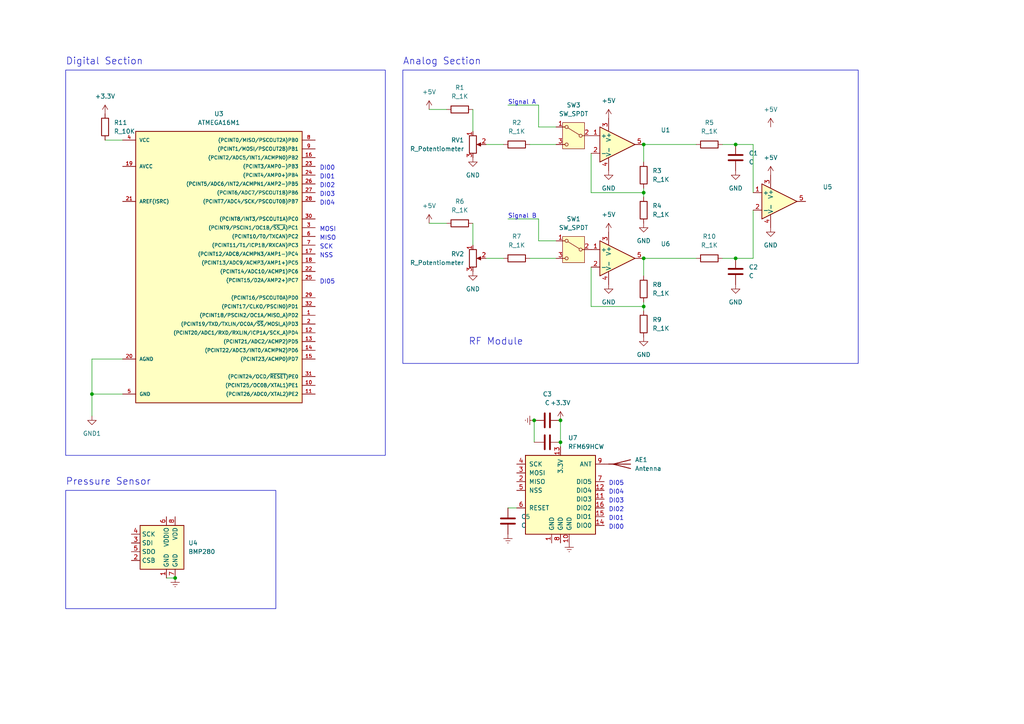
<source format=kicad_sch>
(kicad_sch (version 20230121) (generator eeschema)
  (paper "A4")
  (lib_symbols
    (symbol "Device:Antenna" (pin_numbers hide) (pin_names (offset 1.016) hide)
      (property "Reference" "AE" (at -1.905 1.905 0))
      (property "Value" "Antenna" (at -1.905 0 0))
      (symbol "Antenna_0_1"
        (polyline (pts (xy 0 2.54) (xy 0 -3.81)) (stroke (width 0.254)))
        (polyline (pts (xy 1.27 2.54) (xy 0 -2.54) (xy -1.27 2.54)) (stroke (width 0.254)))
      )
      (symbol "Antenna_1_1"
        (pin input line (at 0 -5.08 90) (length 2.54) (name "A") (number "1"))
      )
    )
    (symbol "Device:C" (pin_numbers hide) (pin_names (offset 0.254))
      (property "Reference" "C" (at 0.635 2.54 0))
      (property "Value" "C" (at 0.635 -2.54 0))
      (symbol "C_0_1"
        (polyline (pts (xy -2.032 -0.762) (xy 2.032 -0.762)) (stroke (width 0.508)))
        (polyline (pts (xy -2.032 0.762) (xy 2.032 0.762)) (stroke (width 0.508)))
      )
      (symbol "C_1_1"
        (pin passive line (at 0 3.81 270) (length 2.794) (name "~") (number "1"))
        (pin passive line (at 0 -3.81 90) (length 2.794) (name "~") (number "2"))
      )
    )
    (symbol "Device:R_Potentiometer" (pin_names (offset 1.016) hide)
      (property "Reference" "RV" (at -4.445 0 90))
      (property "Value" "R_Potentiometer" (at -2.54 0 90))
      (symbol "R_Potentiometer_0_1"
        (polyline (pts (xy 2.54 0) (xy 1.524 0)))
        (polyline (pts (xy 1.143 0) (xy 2.286 0.508) (xy 2.286 -0.508) (xy 1.143 0)) (fill (type outline)))
        (rectangle (start 1.016 2.54) (end -1.016 -2.54) (stroke (width 0.254)))
      )
      (symbol "R_Potentiometer_1_1"
        (pin passive line (at 0 3.81 270) (length 1.27) (name "1") (number "1"))
        (pin passive line (at 3.81 0 180) (length 1.27) (name "2") (number "2"))
        (pin passive line (at 0 -3.81 90) (length 1.27) (name "3") (number "3"))
      )
    )
    (symbol "RF_Module:RFM69HCW" (pin_names (offset 1.016))
      (property "Reference" "U" (at -10.414 11.684 0))
      (property "Value" "RFM69HCW" (at 1.524 11.43 0))
      (symbol "RFM69HCW_0_1"
        (rectangle (start -10.16 10.16) (end 10.16 -12.7) (stroke (width 0.254)) (fill (type background)))
      )
      (symbol "RFM69HCW_1_1"
        (pin power_in line (at -2.54 -15.24 90) (length 2.54) (name "GND") (number "1"))
        (pin power_in line (at 2.54 -15.24 90) (length 2.54) (name "GND") (number "10"))
        (pin bidirectional line (at 12.7 -2.54 180) (length 2.54) (name "DIO3") (number "11"))
        (pin bidirectional line (at 12.7 0 180) (length 2.54) (name "DIO4") (number "12"))
        (pin power_in line (at 0 12.7 270) (length 2.54) (name "3.3V") (number "13"))
        (pin bidirectional line (at 12.7 -10.16 180) (length 2.54) (name "DIO0") (number "14"))
        (pin bidirectional line (at 12.7 -7.62 180) (length 2.54) (name "DIO1") (number "15"))
        (pin bidirectional line (at 12.7 -5.08 180) (length 2.54) (name "DIO2") (number "16"))
        (pin output line (at -12.7 2.54 0) (length 2.54) (name "MISO") (number "2"))
        (pin input line (at -12.7 5.08 0) (length 2.54) (name "MOSI") (number "3"))
        (pin input line (at -12.7 7.62 0) (length 2.54) (name "SCK") (number "4"))
        (pin input line (at -12.7 0 0) (length 2.54) (name "NSS") (number "5"))
        (pin bidirectional line (at -12.7 -5.08 0) (length 2.54) (name "RESET") (number "6"))
        (pin bidirectional line (at 12.7 2.54 180) (length 2.54) (name "DIO5") (number "7"))
        (pin power_in line (at 0 -15.24 90) (length 2.54) (name "GND") (number "8"))
        (pin bidirectional line (at 12.7 7.62 180) (length 2.54) (name "ANT") (number "9"))
      )
    )
    (symbol "Sensor_Pressure:BMP280"
      (property "Reference" "U" (at -7.62 10.16 0))
      (property "Value" "BMP280" (at 5.08 10.16 0))
      (symbol "BMP280_0_1"
        (rectangle (start -7.62 -5.08) (end 5.08 7.62) (stroke (width 0.254)) (fill (type background)))
      )
      (symbol "BMP280_1_1"
        (pin power_in line (at 0 -7.62 90) (length 2.54) (name "GND") (number "1"))
        (pin input line (at -10.16 -2.54 0) (length 2.54) (name "CSB") (number "2"))
        (pin bidirectional line (at -10.16 2.54 0) (length 2.54) (name "SDI") (number "3"))
        (pin input line (at -10.16 5.08 0) (length 2.54) (name "SCK") (number "4"))
        (pin bidirectional line (at -10.16 0 0) (length 2.54) (name "SDO") (number "5"))
        (pin power_in line (at 0 10.16 270) (length 2.54) (name "VDDIO") (number "6"))
        (pin power_in line (at 2.54 -7.62 90) (length 2.54) (name "GND") (number "7"))
        (pin power_in line (at 2.54 10.16 270) (length 2.54) (name "VDD") (number "8"))
      )
    )
    (symbol "Simulation_SPICE:OPAMP" (pin_names (offset 0.254))
      (property "Reference" "U" (at 3.81 3.175 0))
      (property "Value" "${SIM.PARAMS}" (at 3.81 -3.175 0))
      (symbol "OPAMP_0_1"
        (polyline (pts (xy 5.08 0) (xy -5.08 5.08) (xy -5.08 -5.08) (xy 5.08 0)) (stroke (width 0.254)) (fill (type background)))
      )
      (symbol "OPAMP_1_1"
        (pin input line (at -7.62 2.54 0) (length 2.54) (name "+") (number "1"))
        (pin input line (at -7.62 -2.54 0) (length 2.54) (name "-") (number "2"))
        (pin power_in line (at -2.54 7.62 270) (length 3.81) (name "V+") (number "3"))
        (pin power_in line (at -2.54 -7.62 90) (length 3.81) (name "V-") (number "4"))
        (pin output line (at 7.62 0 180) (length 2.54) (name "~") (number "5"))
      )
    )
    (symbol "Switch:SW_SPDT" (pin_names (offset 0) hide)
      (property "Reference" "SW" (at 0 5.08 0))
      (property "Value" "SW_SPDT" (at 0 -5.08 0))
      (symbol "SW_SPDT_0_1"
        (circle (center -2.032 0) (radius 0.4572))
        (polyline (pts (xy -1.651 0.254) (xy 1.651 2.286)))
        (circle (center 2.032 -2.54) (radius 0.4572))
        (circle (center 2.032 2.54) (radius 0.4572))
      )
      (symbol "SW_SPDT_1_1"
        (rectangle (start -3.175 3.81) (end 3.175 -3.81) (fill (type background)))
        (pin passive line (at 5.08 2.54 180) (length 2.54) (name "A") (number "1"))
        (pin passive line (at -5.08 0 0) (length 2.54) (name "B") (number "2"))
        (pin passive line (at 5.08 -2.54 180) (length 2.54) (name "C") (number "3"))
      )
    )
    (symbol "formula:ATMEGA16M1" (pin_names (offset 1.016))
      (property "Reference" "U" (at -24.13 46.482 0))
      (property "Value" "ATMEGA16M1" (at 12.7 -35.56 0))
      (symbol "ATMEGA16M1_0_1"
        (rectangle (start -24.13 45.72) (end 24.13 -33.02) (stroke (width 0.254)) (fill (type background)))
      )
      (symbol "ATMEGA16M1_1_1"
        (pin bidirectional line (at 27.94 -7.62 180) (length 3.81) (name "(PCINT18/PSCIN2/OC1A/MISO_A)PD2") (number "1"))
        (pin bidirectional line (at 27.94 -27.94 180) (length 3.81) (name "(PCINT25/OC0B/XTAL1)PE1") (number "10"))
        (pin bidirectional line (at 27.94 -30.48 180) (length 3.81) (name "(PCINT26/ADC0/XTAL2)PE2") (number "11"))
        (pin bidirectional line (at 27.94 -12.7 180) (length 3.81) (name "(PCINT20/ADC1/RXD/RXLIN/ICP1A/SCK_A)PD4") (number "12"))
        (pin bidirectional line (at 27.94 -15.24 180) (length 3.81) (name "(PCINT21/ADC2/ACMP2)PD5") (number "13"))
        (pin bidirectional line (at 27.94 -17.78 180) (length 3.81) (name "(PCINT22/ADC3/INT0/ACMPN2)PD6") (number "14"))
        (pin bidirectional line (at 27.94 -20.32 180) (length 3.81) (name "(PCINT23/ACMP0)PD7") (number "15"))
        (pin bidirectional line (at 27.94 38.1 180) (length 3.81) (name "(PCINT2/ADC5/INT1/ACMPN0)PB2") (number "16"))
        (pin bidirectional line (at 27.94 10.16 180) (length 3.81) (name "(PCINT12/ADC8/ACMPN3/AMP1-)PC4") (number "17"))
        (pin bidirectional line (at 27.94 7.62 180) (length 3.81) (name "(PCINT13/ADC9/ACMP3/AMP1+)PC5") (number "18"))
        (pin power_in line (at -27.94 35.56 0) (length 3.81) (name "AVCC") (number "19"))
        (pin bidirectional line (at 27.94 -10.16 180) (length 3.81) (name "(PCINT19/TXD/TXLIN/OC0A/~{SS}/MOSI_A)PD3") (number "2"))
        (pin power_in line (at -27.94 -20.32 0) (length 3.81) (name "AGND") (number "20"))
        (pin power_in line (at -27.94 25.4 0) (length 3.81) (name "AREF(ISRC)") (number "21"))
        (pin bidirectional line (at 27.94 5.08 180) (length 3.81) (name "(PCINT14/ADC10/ACMP1)PC6") (number "22"))
        (pin bidirectional line (at 27.94 35.56 180) (length 3.81) (name "(PCINT3/AMP0-)PB3") (number "23"))
        (pin bidirectional line (at 27.94 33.02 180) (length 3.81) (name "(PCINT4/AMP0+)PB4") (number "24"))
        (pin bidirectional line (at 27.94 2.54 180) (length 3.81) (name "(PCINT15/D2A/AMP2+)PC7") (number "25"))
        (pin bidirectional line (at 27.94 30.48 180) (length 3.81) (name "(PCINT5/ADC6/INT2/ACMPN1/AMP2-)PB5") (number "26"))
        (pin bidirectional line (at 27.94 27.94 180) (length 3.81) (name "(PCINT6/ADC7/PSCOUT1B)PB6") (number "27"))
        (pin bidirectional line (at 27.94 25.4 180) (length 3.81) (name "(PCINT7/ADC4/SCK/PSCOUT0B)PB7") (number "28"))
        (pin bidirectional line (at 27.94 -2.54 180) (length 3.81) (name "(PCINT16/PSCOUT0A)PD0") (number "29"))
        (pin bidirectional line (at 27.94 17.78 180) (length 3.81) (name "(PCINT9/PSCIN1/OC1B/~{SS_A})PC1") (number "3"))
        (pin bidirectional line (at 27.94 20.32 180) (length 3.81) (name "(PCINT8/INT3/PSCOUT1A)PC0") (number "30"))
        (pin bidirectional line (at 27.94 -25.4 180) (length 3.81) (name "(PCINT24/OCD/~{RESET})PE0") (number "31"))
        (pin bidirectional line (at 27.94 -5.08 180) (length 3.81) (name "(PCINT17/CLKO/PSCIN0)PD1") (number "32"))
        (pin power_in line (at -27.94 43.18 0) (length 3.81) (name "VCC") (number "4"))
        (pin power_in line (at -27.94 -30.48 0) (length 3.81) (name "GND") (number "5"))
        (pin bidirectional line (at 27.94 15.24 180) (length 3.81) (name "(PCINT10/T0/TXCAN)PC2") (number "6"))
        (pin bidirectional line (at 27.94 12.7 180) (length 3.81) (name "(PCINT11/T1/ICP1B/RXCAN)PC3") (number "7"))
        (pin bidirectional line (at 27.94 43.18 180) (length 3.81) (name "(PCINT0/MISO/PSCOUT2A)PB0") (number "8"))
        (pin bidirectional line (at 27.94 40.64 180) (length 3.81) (name "(PCINT1/MOSI/PSCOUT2B)PB1") (number "9"))
      )
    )
    (symbol "formula:R_10K" (pin_numbers hide) (pin_names (offset 0))
      (property "Reference" "R" (at 2.032 0 90))
      (property "Value" "R_10K" (at -2.54 0 90))
      (symbol "R_10K_0_1"
        (rectangle (start -1.016 -2.54) (end 1.016 2.54) (stroke (width 0.254)))
      )
      (symbol "R_10K_1_1"
        (pin passive line (at 0 3.81 270) (length 1.27) (name "~") (number "1"))
        (pin passive line (at 0 -3.81 90) (length 1.27) (name "~") (number "2"))
      )
    )
    (symbol "formula:R_1K" (pin_numbers hide) (pin_names (offset 0))
      (property "Reference" "R" (at 2.032 0 90))
      (property "Value" "R_1K" (at -2.54 0 90))
      (symbol "R_1K_0_1"
        (rectangle (start -1.016 -2.54) (end 1.016 2.54) (stroke (width 0.254)))
      )
      (symbol "R_1K_1_1"
        (pin passive line (at 0 3.81 270) (length 1.27) (name "~") (number "1"))
        (pin passive line (at 0 -3.81 90) (length 1.27) (name "~") (number "2"))
      )
    )
    (symbol "power:+3.3V" (power) (pin_names (offset 0))
      (property "Value" "+3.3V" (at 0 3.556 0))
      (symbol "+3.3V_0_1"
        (polyline (pts (xy -0.762 1.27) (xy 0 2.54)))
        (polyline (pts (xy 0 0) (xy 0 2.54)))
        (polyline (pts (xy 0 2.54) (xy 0.762 1.27)))
      )
      (symbol "+3.3V_1_1"
        (pin power_in line (at 0 0 90) (length 0) hide (name "+3.3V") (number "1"))
      )
    )
    (symbol "power:+5V" (power) (pin_names (offset 0))
      (property "Value" "+5V" (at 0 3.556 0))
      (symbol "+5V_0_1"
        (polyline (pts (xy -0.762 1.27) (xy 0 2.54)))
        (polyline (pts (xy 0 0) (xy 0 2.54)))
        (polyline (pts (xy 0 2.54) (xy 0.762 1.27)))
      )
      (symbol "+5V_1_1"
        (pin power_in line (at 0 0 90) (length 0) hide (name "+5V") (number "1"))
      )
    )
    (symbol "power:Earth" (power) (pin_names (offset 0))
      (symbol "Earth_0_1"
        (polyline (pts (xy -0.635 -1.905) (xy 0.635 -1.905)))
        (polyline (pts (xy -0.127 -2.54) (xy 0.127 -2.54)))
        (polyline (pts (xy 0 -1.27) (xy 0 0)))
        (polyline (pts (xy 1.27 -1.27) (xy -1.27 -1.27)))
      )
      (symbol "Earth_1_1"
        (pin power_in line (at 0 0 270) (length 0) hide (name "Earth") (number "1"))
      )
    )
    (symbol "power:GND" (power) (pin_names (offset 0))
      (property "Value" "GND" (at 0 -3.81 0))
      (symbol "GND_0_1"
        (polyline (pts (xy 0 0) (xy 0 -1.27) (xy 1.27 -1.27) (xy 0 -2.54) (xy -1.27 -1.27) (xy 0 -1.27)))
      )
      (symbol "GND_1_1"
        (pin power_in line (at 0 0 270) (length 0) hide (name "GND") (number "1"))
      )
    )
    (symbol "power:GND1" (power) (pin_names (offset 0))
      (property "Value" "GND1" (at 0 -3.81 0))
      (symbol "GND1_0_1"
        (polyline (pts (xy 0 0) (xy 0 -1.27) (xy 1.27 -1.27) (xy 0 -2.54) (xy -1.27 -1.27) (xy 0 -1.27)))
      )
      (symbol "GND1_1_1"
        (pin power_in line (at 0 0 270) (length 0) hide (name "GND1") (number "1"))
      )
    )
  )
  (junction (at 213.36 74.93))
  (junction (at 154.94 121.92))
  (junction (at 162.56 121.92))
  (junction (at 186.69 41.91))
  (junction (at 26.67 114.3))
  (junction (at 162.56 128.27))
  (junction (at 50.8 167.64))
  (junction (at 186.69 74.93))
  (junction (at 186.69 55.88))
  (junction (at 186.69 88.9))
  (junction (at 213.36 41.91))
  (wire (pts (xy 186.69 55.88) (xy 186.69 54.61)))
  (wire (pts (xy 186.69 74.93) (xy 201.93 74.93)))
  (wire (pts (xy 161.29 36.83) (xy 156.21 36.83)))
  (wire (pts (xy 218.44 60.96) (xy 218.44 74.93)))
  (wire (pts (xy 147.32 147.32) (xy 149.86 147.32)))
  (wire (pts (xy 186.69 88.9) (xy 186.69 87.63)))
  (wire (pts (xy 218.44 41.91) (xy 218.44 55.88)))
  (wire (pts (xy 124.46 64.77) (xy 129.54 64.77)))
  (wire (pts (xy 124.46 31.75) (xy 129.54 31.75)))
  (wire (pts (xy 153.67 74.93) (xy 161.29 74.93)))
  (wire (pts (xy 213.36 41.91) (xy 218.44 41.91)))
  (wire (pts (xy 186.69 90.17) (xy 186.69 88.9)))
  (wire (pts (xy 147.32 63.5) (xy 156.21 63.5)))
  (wire (pts (xy 186.69 41.91) (xy 186.69 46.99)))
  (wire (pts (xy 209.55 74.93) (xy 213.36 74.93)))
  (wire (pts (xy 186.69 74.93) (xy 186.69 80.01)))
  (wire (pts (xy 171.45 55.88) (xy 186.69 55.88)))
  (wire (pts (xy 26.67 104.14) (xy 26.67 114.3)))
  (wire (pts (xy 171.45 44.45) (xy 171.45 55.88)))
  (wire (pts (xy 186.69 57.15) (xy 186.69 55.88)))
  (wire (pts (xy 140.97 74.93) (xy 146.05 74.93)))
  (wire (pts (xy 30.48 40.64) (xy 35.56 40.64)))
  (wire (pts (xy 147.32 30.48) (xy 156.21 30.48)))
  (wire (pts (xy 162.56 121.92) (xy 162.56 128.27)))
  (wire (pts (xy 186.69 41.91) (xy 201.93 41.91)))
  (wire (pts (xy 171.45 77.47) (xy 171.45 88.9)))
  (wire (pts (xy 209.55 41.91) (xy 213.36 41.91)))
  (wire (pts (xy 156.21 30.48) (xy 156.21 36.83)))
  (wire (pts (xy 153.67 41.91) (xy 161.29 41.91)))
  (wire (pts (xy 140.97 41.91) (xy 146.05 41.91)))
  (wire (pts (xy 162.56 128.27) (xy 162.56 129.54)))
  (wire (pts (xy 171.45 88.9) (xy 186.69 88.9)))
  (wire (pts (xy 48.26 167.64) (xy 50.8 167.64)))
  (wire (pts (xy 156.21 63.5) (xy 156.21 69.85)))
  (wire (pts (xy 26.67 114.3) (xy 26.67 120.65)))
  (wire (pts (xy 26.67 114.3) (xy 35.56 114.3)))
  (wire (pts (xy 137.16 64.77) (xy 137.16 71.12)))
  (wire (pts (xy 161.29 69.85) (xy 156.21 69.85)))
  (wire (pts (xy 35.56 104.14) (xy 26.67 104.14)))
  (wire (pts (xy 154.94 121.92) (xy 154.94 128.27)))
  (wire (pts (xy 213.36 74.93) (xy 218.44 74.93)))
  (wire (pts (xy 137.16 31.75) (xy 137.16 38.1)))
  (rectangle (start 19.05 142.24) (end 80.01 176.53))
  (rectangle (start 116.84 20.32) (end 248.92 105.41))
  (rectangle (start 19.05 20.32) (end 111.76 132.08))
  (text "DI02" (at 176.53 148.59 0) (effects (font (size 1.27 1.27)) (justify left bottom)))
  (text "SCK" (at 92.71 72.39 0) (effects (font (size 1.27 1.27)) (justify left bottom)))
  (text "Signal A" (at 147.32 30.48 0) (effects (font (size 1.27 1.27)) (justify left bottom)))
  (text "MOSI" (at 92.71 67.31 0) (effects (font (size 1.27 1.27)) (justify left bottom)))
  (text "DI05" (at 92.71 82.55 0) (effects (font (size 1.27 1.27)) (justify left bottom)))
  (text "Signal B" (at 147.32 63.5 0) (effects (font (size 1.27 1.27)) (justify left bottom)))
  (text "DI04" (at 92.71 59.69 0) (effects (font (size 1.27 1.27)) (justify left bottom)))
  (text "DI00" (at 176.53 153.67 0) (effects (font (size 1.27 1.27)) (justify left bottom)))
  (text "RF Module" (at 135.89 100.33 0) (effects (font (size 2 2)) (justify left bottom)))
  (text "Digital Section" (at 19.05 19.05 0) (effects (font (size 2 2)) (justify left bottom)))
  (text "Pressure Sensor" (at 19.05 140.97 0) (effects (font (size 2 2)) (justify left bottom)))
  (text "MISO" (at 92.71 69.85 0) (effects (font (size 1.27 1.27)) (justify left bottom)))
  (text "NSS" (at 92.71 74.93 0) (effects (font (size 1.27 1.27)) (justify left bottom)))
  (text "DI02" (at 92.71 54.61 0) (effects (font (size 1.27 1.27)) (justify left bottom)))
  (text "DI00" (at 92.71 49.53 0) (effects (font (size 1.27 1.27)) (justify left bottom)))
  (text "DI01" (at 92.71 52.07 0) (effects (font (size 1.27 1.27)) (justify left bottom)))
  (text "DI05" (at 176.53 140.97 0) (effects (font (size 1.27 1.27)) (justify left bottom)))
  (text "DI04" (at 176.53 143.51 0) (effects (font (size 1.27 1.27)) (justify left bottom)))
  (text "DI03" (at 92.71 57.15 0) (effects (font (size 1.27 1.27)) (justify left bottom)))
  (text "DI01" (at 176.53 151.13 0) (effects (font (size 1.27 1.27)) (justify left bottom)))
  (text "Analog Section" (at 116.84 19.05 0) (effects (font (size 2 2)) (justify left bottom)))
  (text "DI03" (at 176.53 146.05 0) (effects (font (size 1.27 1.27)) (justify left bottom)))
  (symbol (lib_id "power:+3.3V") (at 162.56 121.92 0) (unit 1)
    (property "Reference" "#PWR018" (effects hide))
    (property "Value" "+3.3V" (at 162.56 116.84 0))
  )
  (symbol (lib_id "formula:R_1K") (at 149.86 74.93 270) (unit 1)
    (property "Reference" "R7" (at 149.86 68.58 90))
    (property "Value" "R_1K" (at 149.86 71.12 90))
    (property "Footprint" "footprints:R_0805_OEM" (effects hide))
    (property "Datasheet" "https://www.seielect.com/Catalog/SEI-rncp.pdf" (effects hide))
    (property "MFN" "DK" (effects hide))
    (property "MPN" "RNCP0805FTD1K00CT-ND" (effects hide))
    (property "PurchasingLink" "https://www.digikey.com/products/en?keywords=RNCP0805FTD1K00CT-ND" (effects hide))
  )
  (symbol (lib_id "Simulation_SPICE:OPAMP") (at 179.07 74.93 0) (unit 1)
    (property "Reference" "U6" (at 193.04 70.7391 0))
    (property "Value" "${SIM.PARAMS}" (at 193.04 73.2791 0))
    (property "Datasheet" "https://ngspice.sourceforge.io/docs/ngspice-html-manual/manual.xhtml#sec__SUBCKT_Subcircuits" (effects hide))
    (property "Sim.Pins" "1=in+ 2=in- 3=vcc 4=vee 5=out" (effects hide))
    (property "Sim.Device" "SUBCKT" (effects hide))
    (property "Sim.Library" "${KICAD7_SYMBOL_DIR}/Simulation_SPICE.sp" (effects hide))
    (property "Sim.Name" "kicad_builtin_opamp" (effects hide))
  )
  (symbol (lib_id "Sensor_Pressure:BMP280") (at 48.26 160.02 0) (unit 1)
    (property "Reference" "U4" (at 54.61 157.48 0) (effects (justify left)))
    (property "Value" "BMP280" (at 54.61 160.02 0) (effects (justify left)))
    (property "Footprint" "Package_LGA:Bosch_LGA-8_2x2.5mm_P0.65mm_ClockwisePinNumbering" (effects hide))
    (property "Datasheet" "https://ae-bst.resource.bosch.com/media/_tech/media/datasheets/BST-BMP280-DS001.pdf" (effects hide))
  )
  (symbol (lib_id "Simulation_SPICE:OPAMP") (at 226.06 58.42 0) (unit 1)
    (property "Reference" "U5" (at 240.03 54.2291 0))
    (property "Value" "${SIM.PARAMS}" (at 240.03 56.7691 0))
    (property "Datasheet" "https://ngspice.sourceforge.io/docs/ngspice-html-manual/manual.xhtml#sec__SUBCKT_Subcircuits" (effects hide))
    (property "Sim.Pins" "1=in+ 2=in- 3=vcc 4=vee 5=out" (effects hide))
    (property "Sim.Device" "SUBCKT" (effects hide))
    (property "Sim.Library" "${KICAD7_SYMBOL_DIR}/Simulation_SPICE.sp" (effects hide))
    (property "Sim.Name" "kicad_builtin_opamp" (effects hide))
  )
  (symbol (lib_id "formula:R_1K") (at 205.74 41.91 270) (unit 1)
    (property "Reference" "R5" (at 205.74 35.56 90))
    (property "Value" "R_1K" (at 205.74 38.1 90))
    (property "Footprint" "footprints:R_0805_OEM" (effects hide))
    (property "Datasheet" "https://www.seielect.com/Catalog/SEI-rncp.pdf" (effects hide))
    (property "MFN" "DK" (effects hide))
    (property "MPN" "RNCP0805FTD1K00CT-ND" (effects hide))
    (property "PurchasingLink" "https://www.digikey.com/products/en?keywords=RNCP0805FTD1K00CT-ND" (effects hide))
  )
  (symbol (lib_id "Device:R_Potentiometer") (at 137.16 74.93 0) (unit 1)
    (property "Reference" "RV2" (at 134.62 73.66 0) (effects (justify right)))
    (property "Value" "R_Potentiometer" (at 134.62 76.2 0) (effects (justify right)))
  )
  (symbol (lib_id "Device:C") (at 147.32 151.13 180) (unit 1)
    (property "Reference" "C5" (at 151.13 149.86 0) (effects (justify right)))
    (property "Value" "C" (at 151.13 152.4 0) (effects (justify right)))
  )
  (symbol (lib_id "formula:ATMEGA16M1") (at 63.5 83.82 0) (unit 1)
    (property "Reference" "U3" (at 63.5 33.02 0))
    (property "Value" "ATMEGA16M1" (at 63.5 35.56 0))
    (property "Footprint" "footprints:TQFP-32_7x7mm_Pitch0.8mm" (effects hide))
    (property "MFN" "DK" (effects hide))
    (property "MPN" "ATMEGA16M1-AU-ND" (effects hide))
    (property "PurchasingLink" "https://www.digikey.com/product-detail/en/atmel/ATMEGA16M1-AU/ATMEGA16M1-AU-ND/2271208" (effects hide))
  )
  (symbol (lib_id "formula:R_1K") (at 205.74 74.93 270) (unit 1)
    (property "Reference" "R10" (at 205.74 68.58 90))
    (property "Value" "R_1K" (at 205.74 71.12 90))
    (property "Footprint" "footprints:R_0805_OEM" (effects hide))
    (property "Datasheet" "https://www.seielect.com/Catalog/SEI-rncp.pdf" (effects hide))
    (property "MFN" "DK" (effects hide))
    (property "MPN" "RNCP0805FTD1K00CT-ND" (effects hide))
    (property "PurchasingLink" "https://www.digikey.com/products/en?keywords=RNCP0805FTD1K00CT-ND" (effects hide))
  )
  (symbol (lib_id "formula:R_1K") (at 133.35 31.75 270) (unit 1)
    (property "Reference" "R1" (at 133.35 25.4 90))
    (property "Value" "R_1K" (at 133.35 27.94 90))
    (property "Footprint" "footprints:R_0805_OEM" (effects hide))
    (property "Datasheet" "https://www.seielect.com/Catalog/SEI-rncp.pdf" (effects hide))
    (property "MFN" "DK" (effects hide))
    (property "MPN" "RNCP0805FTD1K00CT-ND" (effects hide))
    (property "PurchasingLink" "https://www.digikey.com/products/en?keywords=RNCP0805FTD1K00CT-ND" (effects hide))
  )
  (symbol (lib_id "power:+5V") (at 124.46 31.75 0) (unit 1)
    (property "Reference" "#PWR01" (effects hide))
    (property "Value" "+5V" (at 124.46 26.67 0))
  )
  (symbol (lib_id "power:+5V") (at 176.53 34.29 0) (unit 1)
    (property "Reference" "#PWR04" (effects hide))
    (property "Value" "+5V" (at 176.53 29.21 0))
  )
  (symbol (lib_id "Device:R_Potentiometer") (at 137.16 41.91 0) (unit 1)
    (property "Reference" "RV1" (at 134.62 40.64 0) (effects (justify right)))
    (property "Value" "R_Potentiometer" (at 134.62 43.18 0) (effects (justify right)))
  )
  (symbol (lib_id "power:GND") (at 213.36 82.55 0) (unit 1)
    (property "Reference" "#PWR011" (effects hide))
    (property "Value" "GND" (at 213.36 87.63 0))
  )
  (symbol (lib_id "power:+5V") (at 124.46 64.77 0) (unit 1)
    (property "Reference" "#PWR07" (effects hide))
    (property "Value" "+5V" (at 124.46 59.69 0))
  )
  (symbol (lib_id "Device:C") (at 158.75 121.92 270) (unit 1)
    (property "Reference" "C3" (at 158.75 114.3 90))
    (property "Value" "C" (at 158.75 116.84 90))
  )
  (symbol (lib_id "Device:Antenna") (at 180.34 134.62 270) (unit 1)
    (property "Reference" "AE1" (at 184.15 133.35 90) (effects (justify left)))
    (property "Value" "Antenna" (at 184.15 135.89 90) (effects (justify left)))
  )
  (symbol (lib_id "Simulation_SPICE:OPAMP") (at 179.07 41.91 0) (unit 1)
    (property "Reference" "U1" (at 193.04 37.7191 0))
    (property "Value" "${SIM.PARAMS}" (at 193.04 40.2591 0))
    (property "Datasheet" "https://ngspice.sourceforge.io/docs/ngspice-html-manual/manual.xhtml#sec__SUBCKT_Subcircuits" (effects hide))
    (property "Sim.Pins" "1=in+ 2=in- 3=vcc 4=vee 5=out" (effects hide))
    (property "Sim.Device" "SUBCKT" (effects hide))
    (property "Sim.Library" "${KICAD7_SYMBOL_DIR}/Simulation_SPICE.sp" (effects hide))
    (property "Sim.Name" "kicad_builtin_opamp" (effects hide))
  )
  (symbol (lib_id "power:Earth") (at 165.1 157.48 0) (unit 1)
    (property "Reference" "#PWR022" (effects hide))
    (property "Value" "Earth" (effects hide))
  )
  (symbol (lib_id "power:Earth") (at 154.94 121.92 270) (unit 1)
    (property "Reference" "#PWR021" (effects hide))
    (property "Value" "Earth" (effects hide))
  )
  (symbol (lib_id "Device:C") (at 213.36 78.74 0) (unit 1)
    (property "Reference" "C2" (at 217.17 77.47 0) (effects (justify left)))
    (property "Value" "C" (at 217.17 80.01 0) (effects (justify left)))
  )
  (symbol (lib_id "power:Earth") (at 147.32 154.94 0) (unit 1)
    (property "Reference" "#PWR017" (effects hide))
    (property "Value" "Earth" (effects hide))
  )
  (symbol (lib_id "power:+5V") (at 223.52 36.83 0) (unit 1)
    (property "Reference" "#PWR05" (effects hide))
    (property "Value" "+5V" (at 223.52 31.75 0))
  )
  (symbol (lib_id "power:GND") (at 176.53 82.55 0) (unit 1)
    (property "Reference" "#PWR015" (effects hide))
    (property "Value" "GND" (at 176.53 87.63 0))
  )
  (symbol (lib_id "Switch:SW_SPDT") (at 166.37 39.37 0) (mirror y) (unit 1)
    (property "Reference" "SW3" (at 166.37 30.48 0))
    (property "Value" "SW_SPDT" (at 166.37 33.02 0))
  )
  (symbol (lib_id "power:+5V") (at 176.53 67.31 0) (unit 1)
    (property "Reference" "#PWR09" (effects hide))
    (property "Value" "+5V" (at 176.53 62.23 0))
  )
  (symbol (lib_id "formula:R_1K") (at 133.35 64.77 270) (unit 1)
    (property "Reference" "R6" (at 133.35 58.42 90))
    (property "Value" "R_1K" (at 133.35 60.96 90))
    (property "Footprint" "footprints:R_0805_OEM" (effects hide))
    (property "Datasheet" "https://www.seielect.com/Catalog/SEI-rncp.pdf" (effects hide))
    (property "MFN" "DK" (effects hide))
    (property "MPN" "RNCP0805FTD1K00CT-ND" (effects hide))
    (property "PurchasingLink" "https://www.digikey.com/products/en?keywords=RNCP0805FTD1K00CT-ND" (effects hide))
  )
  (symbol (lib_id "power:GND") (at 137.16 78.74 0) (unit 1)
    (property "Reference" "#PWR08" (effects hide))
    (property "Value" "GND" (at 137.16 83.82 0))
  )
  (symbol (lib_id "formula:R_10K") (at 30.48 36.83 0) (unit 1)
    (property "Reference" "R11" (at 33.02 35.56 0) (effects (justify left)))
    (property "Value" "R_10K" (at 33.02 38.1 0) (effects (justify left)))
    (property "Footprint" "footprints:R_0805_OEM" (effects hide))
    (property "Datasheet" "http://www.bourns.com/data/global/pdfs/CRS.pdf" (effects hide))
    (property "MFN" "DK" (effects hide))
    (property "MPN" "CRS0805-FX-1002ELFCT-ND" (effects hide))
    (property "PurchasingLink" "https://www.digikey.com/products/en?keywords=CRS0805-FX-1002ELFCT-ND" (effects hide))
  )
  (symbol (lib_id "power:GND") (at 223.52 66.04 0) (unit 1)
    (property "Reference" "#PWR013" (effects hide))
    (property "Value" "GND" (at 223.52 71.12 0))
  )
  (symbol (lib_id "power:GND") (at 186.69 64.77 0) (unit 1)
    (property "Reference" "#PWR02" (effects hide))
    (property "Value" "GND" (at 186.69 69.85 0))
  )
  (symbol (lib_id "formula:R_1K") (at 186.69 93.98 180) (unit 1)
    (property "Reference" "R9" (at 189.23 92.71 0) (effects (justify right)))
    (property "Value" "R_1K" (at 189.23 95.25 0) (effects (justify right)))
    (property "Footprint" "footprints:R_0805_OEM" (effects hide))
    (property "Datasheet" "https://www.seielect.com/Catalog/SEI-rncp.pdf" (effects hide))
    (property "MFN" "DK" (effects hide))
    (property "MPN" "RNCP0805FTD1K00CT-ND" (effects hide))
    (property "PurchasingLink" "https://www.digikey.com/products/en?keywords=RNCP0805FTD1K00CT-ND" (effects hide))
  )
  (symbol (lib_id "power:+5V") (at 223.52 50.8 0) (unit 1)
    (property "Reference" "#PWR012" (effects hide))
    (property "Value" "+5V" (at 223.52 45.72 0))
  )
  (symbol (lib_id "power:GND") (at 186.69 97.79 0) (unit 1)
    (property "Reference" "#PWR010" (effects hide))
    (property "Value" "GND" (at 186.69 102.87 0))
  )
  (symbol (lib_id "power:Earth") (at 50.8 167.64 0) (unit 1)
    (property "Reference" "#PWR020" (effects hide))
    (property "Value" "Earth" (effects hide))
  )
  (symbol (lib_id "power:+3.3V") (at 30.48 33.02 0) (unit 1)
    (property "Reference" "#PWR019" (effects hide))
    (property "Value" "+3.3V" (at 30.48 27.94 0))
  )
  (symbol (lib_id "formula:R_1K") (at 186.69 83.82 180) (unit 1)
    (property "Reference" "R8" (at 189.23 82.55 0) (effects (justify right)))
    (property "Value" "R_1K" (at 189.23 85.09 0) (effects (justify right)))
    (property "Footprint" "footprints:R_0805_OEM" (effects hide))
    (property "Datasheet" "https://www.seielect.com/Catalog/SEI-rncp.pdf" (effects hide))
    (property "MFN" "DK" (effects hide))
    (property "MPN" "RNCP0805FTD1K00CT-ND" (effects hide))
    (property "PurchasingLink" "https://www.digikey.com/products/en?keywords=RNCP0805FTD1K00CT-ND" (effects hide))
  )
  (symbol (lib_id "formula:R_1K") (at 149.86 41.91 270) (unit 1)
    (property "Reference" "R2" (at 149.86 35.56 90))
    (property "Value" "R_1K" (at 149.86 38.1 90))
    (property "Footprint" "footprints:R_0805_OEM" (effects hide))
    (property "Datasheet" "https://www.seielect.com/Catalog/SEI-rncp.pdf" (effects hide))
    (property "MFN" "DK" (effects hide))
    (property "MPN" "RNCP0805FTD1K00CT-ND" (effects hide))
    (property "PurchasingLink" "https://www.digikey.com/products/en?keywords=RNCP0805FTD1K00CT-ND" (effects hide))
  )
  (symbol (lib_id "power:GND") (at 176.53 49.53 0) (unit 1)
    (property "Reference" "#PWR014" (effects hide))
    (property "Value" "GND" (at 176.53 54.61 0))
  )
  (symbol (lib_id "RF_Module:RFM69HCW") (at 162.56 142.24 0) (unit 1)
    (property "Reference" "U7" (at 164.7541 127 0) (effects (justify left)))
    (property "Value" "RFM69HCW" (at 164.7541 129.54 0) (effects (justify left)))
    (property "Datasheet" "https://www.hoperf.com/data/upload/portal/20181127/5bfcb8284d838.pdf" (effects hide))
  )
  (symbol (lib_id "formula:R_1K") (at 186.69 60.96 180) (unit 1)
    (property "Reference" "R4" (at 189.23 59.69 0) (effects (justify right)))
    (property "Value" "R_1K" (at 189.23 62.23 0) (effects (justify right)))
    (property "Footprint" "footprints:R_0805_OEM" (effects hide))
    (property "Datasheet" "https://www.seielect.com/Catalog/SEI-rncp.pdf" (effects hide))
    (property "MFN" "DK" (effects hide))
    (property "MPN" "RNCP0805FTD1K00CT-ND" (effects hide))
    (property "PurchasingLink" "https://www.digikey.com/products/en?keywords=RNCP0805FTD1K00CT-ND" (effects hide))
  )
  (symbol (lib_id "Device:C") (at 213.36 45.72 0) (unit 1)
    (property "Reference" "C1" (at 217.17 44.45 0) (effects (justify left)))
    (property "Value" "C" (at 217.17 46.99 0) (effects (justify left)))
  )
  (symbol (lib_id "formula:R_1K") (at 186.69 50.8 180) (unit 1)
    (property "Reference" "R3" (at 189.23 49.53 0) (effects (justify right)))
    (property "Value" "R_1K" (at 189.23 52.07 0) (effects (justify right)))
    (property "Footprint" "footprints:R_0805_OEM" (effects hide))
    (property "Datasheet" "https://www.seielect.com/Catalog/SEI-rncp.pdf" (effects hide))
    (property "MFN" "DK" (effects hide))
    (property "MPN" "RNCP0805FTD1K00CT-ND" (effects hide))
    (property "PurchasingLink" "https://www.digikey.com/products/en?keywords=RNCP0805FTD1K00CT-ND" (effects hide))
  )
  (symbol (lib_id "power:GND1") (at 26.67 120.65 0) (unit 1)
    (property "Reference" "#PWR016" (effects hide))
    (property "Value" "GND1" (at 26.67 125.73 0))
  )
  (symbol (lib_id "Switch:SW_SPDT") (at 166.37 72.39 0) (mirror y) (unit 1)
    (property "Reference" "SW1" (at 166.37 63.5 0))
    (property "Value" "SW_SPDT" (at 166.37 66.04 0))
  )
  (symbol (lib_id "Device:C") (at 158.75 128.27 270) (unit 1)
    (property "Reference" "C4" (effects hide))
    (property "Value" "C" (effects hide))
  )
  (symbol (lib_id "power:GND") (at 137.16 45.72 0) (unit 1)
    (property "Reference" "#PWR03" (effects hide))
    (property "Value" "GND" (at 137.16 50.8 0))
  )
  (symbol (lib_id "power:GND") (at 213.36 49.53 0) (unit 1)
    (property "Reference" "#PWR06" (effects hide))
    (property "Value" "GND" (at 213.36 54.61 0))
  )
)
</source>
